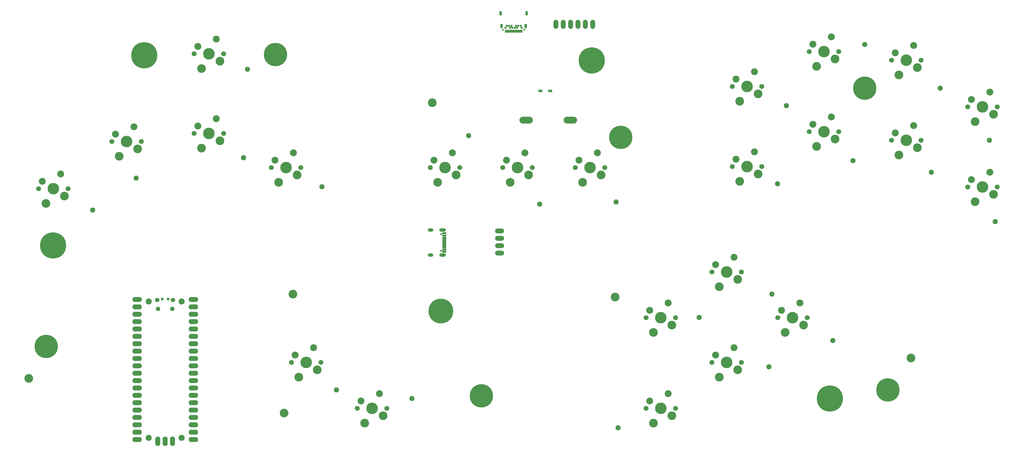
<source format=gts>
%TF.GenerationSoftware,KiCad,Pcbnew,(7.0.0)*%
%TF.CreationDate,2023-02-14T15:50:17+01:00*%
%TF.ProjectId,OF1 v1,4f463120-7631-42e6-9b69-6361645f7063,rev?*%
%TF.SameCoordinates,Original*%
%TF.FileFunction,Soldermask,Top*%
%TF.FilePolarity,Negative*%
%FSLAX46Y46*%
G04 Gerber Fmt 4.6, Leading zero omitted, Abs format (unit mm)*
G04 Created by KiCad (PCBNEW (7.0.0)) date 2023-02-14 15:50:17*
%MOMM*%
%LPD*%
G01*
G04 APERTURE LIST*
G04 Aperture macros list*
%AMRoundRect*
0 Rectangle with rounded corners*
0 $1 Rounding radius*
0 $2 $3 $4 $5 $6 $7 $8 $9 X,Y pos of 4 corners*
0 Add a 4 corners polygon primitive as box body*
4,1,4,$2,$3,$4,$5,$6,$7,$8,$9,$2,$3,0*
0 Add four circle primitives for the rounded corners*
1,1,$1+$1,$2,$3*
1,1,$1+$1,$4,$5*
1,1,$1+$1,$6,$7*
1,1,$1+$1,$8,$9*
0 Add four rect primitives between the rounded corners*
20,1,$1+$1,$2,$3,$4,$5,0*
20,1,$1+$1,$4,$5,$6,$7,0*
20,1,$1+$1,$6,$7,$8,$9,0*
20,1,$1+$1,$8,$9,$2,$3,0*%
%AMFreePoly0*
4,1,17,0.425901,0.806901,0.806901,0.425901,0.825500,0.381000,0.825500,-0.381000,0.806901,-0.425901,0.425901,-0.806901,0.381000,-0.825500,-0.381000,-0.825500,-0.425901,-0.806901,-0.806901,-0.425901,-0.825500,-0.381000,-0.825500,0.381000,-0.806901,0.425901,-0.425901,0.806901,-0.381000,0.825500,0.381000,0.825500,0.425901,0.806901,0.425901,0.806901,$1*%
G04 Aperture macros list end*
%ADD10O,3.175000X1.651000*%
%ADD11C,1.701800*%
%ADD12C,3.000000*%
%ADD13C,3.987800*%
%ADD14C,2.374900*%
%ADD15FreePoly0,0.000000*%
%ADD16O,4.622800X2.374900*%
%ADD17C,9.000000*%
%ADD18C,8.000000*%
%ADD19RoundRect,0.063500X0.605000X0.365000X-0.605000X0.365000X-0.605000X-0.365000X0.605000X-0.365000X0*%
%ADD20C,8.500000*%
%ADD21C,0.650000*%
%ADD22RoundRect,0.063500X-0.150000X-0.450000X0.150000X-0.450000X0.150000X0.450000X-0.150000X0.450000X0*%
%ADD23C,0.777000*%
%ADD24O,0.877000X1.627000*%
%ADD25C,2.100000*%
%ADD26C,1.500000*%
%ADD27O,3.327000X1.727000*%
%ADD28O,1.727000X3.327000*%
%ADD29RoundRect,0.063500X-0.400000X-0.400000X0.400000X-0.400000X0.400000X0.400000X-0.400000X0.400000X0*%
%ADD30RoundRect,0.063500X-0.620000X0.300000X-0.620000X-0.300000X0.620000X-0.300000X0.620000X0.300000X0*%
%ADD31RoundRect,0.063500X-0.620000X0.150000X-0.620000X-0.150000X0.620000X-0.150000X0.620000X0.150000X0*%
%ADD32O,2.227000X1.127000*%
%ADD33O,1.927000X1.127000*%
%ADD34O,1.651000X3.175000*%
G04 APERTURE END LIST*
D10*
%TO.C,J4*%
X142745064Y-111563599D03*
X142745064Y-109023599D03*
X142745064Y-106483599D03*
X142745064Y-103943599D03*
%TD*%
D11*
%TO.C,U$15*%
X287921100Y-72757600D03*
D12*
X286651100Y-75297600D03*
D13*
X282841100Y-72757600D03*
D12*
X280301100Y-77837600D03*
D11*
X277761100Y-72757600D03*
D14*
X279031100Y-70217600D03*
X285381100Y-67677600D03*
%TD*%
D15*
%TO.C,JP11*%
X264501100Y-79753600D03*
%TD*%
D11*
%TO.C,U$11*%
X287921100Y-45147600D03*
D12*
X286651100Y-47687600D03*
D13*
X282841100Y-45147600D03*
D12*
X280301100Y-50227600D03*
D11*
X277761100Y-45147600D03*
D14*
X279031100Y-42607600D03*
X285381100Y-40067600D03*
%TD*%
D15*
%TO.C,JP1*%
X55880000Y-48260000D03*
%TD*%
%TO.C,JP10*%
X238501100Y-87753600D03*
%TD*%
D11*
%TO.C,U$17*%
X226033100Y-118117600D03*
D12*
X224763100Y-120657600D03*
D13*
X220953100Y-118117600D03*
D12*
X218413100Y-123197600D03*
D11*
X215873100Y-118117600D03*
D14*
X217143100Y-115577600D03*
X223493100Y-113037600D03*
%TD*%
D15*
%TO.C,JP5*%
X81501100Y-88753600D03*
%TD*%
D11*
%TO.C,U$6*%
X81213100Y-149302600D03*
D12*
X79943100Y-151842600D03*
D13*
X76133100Y-149302600D03*
D12*
X73593100Y-154382600D03*
D11*
X71053100Y-149302600D03*
D14*
X72323100Y-146762600D03*
X78673100Y-144222600D03*
%TD*%
D16*
%TO.C,D1*%
X151881099Y-65753599D03*
X167121099Y-65753599D03*
%TD*%
D17*
%TO.C,@HOLE11*%
X174501100Y-45253600D03*
%TD*%
D18*
%TO.C,@HOLE8*%
X184501100Y-71753600D03*
%TD*%
D12*
%TO.C,@HOLE0*%
X68501100Y-166753600D03*
%TD*%
D11*
%TO.C,U$20*%
X226033100Y-149302600D03*
D12*
X224763100Y-151842600D03*
D13*
X220953100Y-149302600D03*
D12*
X218413100Y-154382600D03*
D11*
X215873100Y-149302600D03*
D14*
X217143100Y-146762600D03*
X223493100Y-144222600D03*
%TD*%
D19*
%TO.C,D2*%
X156821100Y-55753600D03*
X160181100Y-55753600D03*
%TD*%
D15*
%TO.C,JP18*%
X211501100Y-133753600D03*
%TD*%
D18*
%TO.C,@HOLE9*%
X136501100Y-160753600D03*
%TD*%
D15*
%TO.C,JP23*%
X182880000Y-93980000D03*
%TD*%
D11*
%TO.C,U$10*%
X259566100Y-42172600D03*
D12*
X258296100Y-44712600D03*
D13*
X254486100Y-42172600D03*
D12*
X251946100Y-47252600D03*
D11*
X249406100Y-42172600D03*
D14*
X250676100Y-39632600D03*
X257026100Y-37092600D03*
%TD*%
D15*
%TO.C,JP6*%
X86501100Y-158753600D03*
%TD*%
D20*
%TO.C,@HOLE14*%
X122501100Y-131553600D03*
%TD*%
D15*
%TO.C,JP14*%
X311501100Y-72753600D03*
%TD*%
%TO.C,JP4*%
X54501100Y-78753600D03*
%TD*%
D11*
%TO.C,U$3*%
X47682100Y-42888600D03*
D12*
X46412100Y-45428600D03*
D13*
X42602100Y-42888600D03*
D12*
X40062100Y-47968600D03*
D11*
X37522100Y-42888600D03*
D14*
X38792100Y-40348600D03*
X45142100Y-37808600D03*
%TD*%
D11*
%TO.C,U$13*%
X233048100Y-81777600D03*
D12*
X231778100Y-84317600D03*
D13*
X227968100Y-81777600D03*
D12*
X225428100Y-86857600D03*
D11*
X222888100Y-81777600D03*
D14*
X224158100Y-79237600D03*
X230508100Y-76697600D03*
%TD*%
D15*
%TO.C,JP9*%
X241501100Y-60753600D03*
%TD*%
D21*
%TO.C,J2*%
X151168981Y-34593600D03*
X143818981Y-34593600D03*
D22*
X150318981Y-35153600D03*
X149818981Y-35153600D03*
X149318981Y-35153600D03*
X148818981Y-35153600D03*
X148318981Y-35153600D03*
X147818981Y-35153600D03*
X147318981Y-35153600D03*
X146818981Y-35153600D03*
X146318981Y-35153600D03*
X145818981Y-35153600D03*
X145318981Y-35153600D03*
X144818981Y-35153600D03*
D23*
X144768981Y-33943600D03*
X145168981Y-33243600D03*
X145968981Y-33243600D03*
X146368981Y-33943600D03*
X146768981Y-33243600D03*
X147168981Y-33943600D03*
X147968981Y-33943600D03*
X148368981Y-33243600D03*
X148768981Y-33943600D03*
X149168981Y-33243600D03*
X149968981Y-33243600D03*
X150368981Y-33943600D03*
D24*
X151698980Y-33343599D03*
X143438980Y-33343599D03*
X152058980Y-28953599D03*
X143078980Y-28953599D03*
%TD*%
D11*
%TO.C,U$1*%
X-5953900Y-89417600D03*
D12*
X-7223900Y-91957600D03*
D13*
X-11033900Y-89417600D03*
D12*
X-13573900Y-94497600D03*
D11*
X-16113900Y-89417600D03*
D14*
X-14843900Y-86877600D03*
X-8493900Y-84337600D03*
%TD*%
D11*
%TO.C,U$21*%
X203346100Y-165072600D03*
D12*
X202076100Y-167612600D03*
D13*
X198266100Y-165072600D03*
D12*
X195726100Y-170152600D03*
D11*
X193186100Y-165072600D03*
D14*
X194456100Y-162532600D03*
X200806100Y-159992600D03*
%TD*%
D15*
%TO.C,JP16*%
X291501100Y-83753600D03*
%TD*%
D11*
%TO.C,U$2*%
X19326100Y-73114600D03*
D12*
X18056100Y-75654600D03*
D13*
X14246100Y-73114600D03*
D12*
X11706100Y-78194600D03*
D11*
X9166100Y-73114600D03*
D14*
X10436100Y-70574600D03*
X16786100Y-68034600D03*
%TD*%
D11*
%TO.C,U$4*%
X47682100Y-70388600D03*
D12*
X46412100Y-72928600D03*
D13*
X42602100Y-70388600D03*
D12*
X40062100Y-75468600D03*
D11*
X37522100Y-70388600D03*
D14*
X38792100Y-67848600D03*
X45142100Y-65308600D03*
%TD*%
D17*
%TO.C,@HOLE13*%
X20320000Y-43453600D03*
%TD*%
D12*
%TO.C,@HOLE1*%
X284501100Y-147753600D03*
%TD*%
D15*
%TO.C,JP20*%
X235501100Y-150753600D03*
%TD*%
D11*
%TO.C,U$7*%
X103901100Y-165071600D03*
D12*
X102631100Y-167611600D03*
D13*
X98821100Y-165071600D03*
D12*
X96281100Y-170151600D03*
D11*
X93741100Y-165071600D03*
D14*
X95011100Y-162531600D03*
X101361100Y-159991600D03*
%TD*%
D15*
%TO.C,JP13*%
X294501100Y-54753600D03*
%TD*%
D11*
%TO.C,U$19*%
X248690100Y-133887600D03*
D12*
X247420100Y-136427600D03*
D13*
X243610100Y-133887600D03*
D12*
X241070100Y-138967600D03*
D11*
X238530100Y-133887600D03*
D14*
X239800100Y-131347600D03*
X246150100Y-128807600D03*
%TD*%
D15*
%TO.C,JP17*%
X236501100Y-125753600D03*
%TD*%
%TO.C,JP12*%
X268501100Y-39753600D03*
%TD*%
D12*
%TO.C,@HOLE2*%
X-19498900Y-154753600D03*
%TD*%
D25*
%TO.C,J1*%
X21801100Y-128253600D03*
X21801100Y-175253600D03*
D26*
X24776100Y-127753600D03*
X25076100Y-130783600D03*
X29926100Y-130783600D03*
X30226100Y-127753600D03*
D25*
X33201100Y-128253600D03*
X33201100Y-175253600D03*
D27*
X37191099Y-137783599D03*
X37191099Y-135243599D03*
X37191099Y-140323599D03*
X37191099Y-145403599D03*
X17811099Y-132703599D03*
X17811099Y-145403599D03*
X17811099Y-158103599D03*
X17811099Y-170803599D03*
D28*
X27501099Y-176453599D03*
D27*
X37191099Y-170803599D03*
X37191099Y-158103599D03*
X37191099Y-132703599D03*
X17811099Y-127623599D03*
X17811099Y-130163599D03*
X17811099Y-135243599D03*
X17811099Y-137783599D03*
X17811099Y-140323599D03*
X17811099Y-142863599D03*
X17811099Y-147943599D03*
X17811099Y-150483599D03*
X17811099Y-153023599D03*
X17811099Y-155563599D03*
X17811099Y-160643599D03*
X17811099Y-163183599D03*
X17811099Y-165723599D03*
X17811099Y-168263599D03*
X17811099Y-173343599D03*
X17811099Y-175883599D03*
X37191099Y-175883599D03*
X37191099Y-173343599D03*
X37191099Y-168263599D03*
X37191099Y-165723599D03*
X37191099Y-163183599D03*
X37191099Y-160643599D03*
X37191099Y-155563599D03*
X37191099Y-150483599D03*
X37191099Y-147943599D03*
X37191099Y-142863599D03*
X37191099Y-153023599D03*
D28*
X24961099Y-176453599D03*
X30041099Y-176453599D03*
D29*
X28501100Y-127453600D03*
X26501100Y-127453600D03*
D27*
X37191099Y-127623599D03*
X37191099Y-130163599D03*
%TD*%
D15*
%TO.C,JP15*%
X313501100Y-100753600D03*
%TD*%
D12*
%TO.C,@HOLE10*%
X119501100Y-59753600D03*
%TD*%
D17*
%TO.C,@HOLE15*%
X256501100Y-161753600D03*
%TD*%
D18*
%TO.C,@HOLE6*%
X-13498900Y-143753600D03*
%TD*%
D12*
%TO.C,@HOLE16*%
X71501100Y-125753600D03*
%TD*%
D11*
%TO.C,U$5*%
X74254100Y-82151600D03*
D12*
X72984100Y-84691600D03*
D13*
X69174100Y-82151600D03*
D12*
X66634100Y-87231600D03*
D11*
X64094100Y-82151600D03*
D14*
X65364100Y-79611600D03*
X71714100Y-77071600D03*
%TD*%
D11*
%TO.C,U$18*%
X203346100Y-133887600D03*
D12*
X202076100Y-136427600D03*
D13*
X198266100Y-133887600D03*
D12*
X195726100Y-138967600D03*
D11*
X193186100Y-133887600D03*
D14*
X194456100Y-131347600D03*
X200806100Y-128807600D03*
%TD*%
D12*
%TO.C,@HOLE3*%
X182501100Y-126753600D03*
%TD*%
D17*
%TO.C,@HOLE12*%
X-11098900Y-108953600D03*
%TD*%
D11*
%TO.C,U$16*%
X314144100Y-88793600D03*
D12*
X312874100Y-91333600D03*
D13*
X309064100Y-88793600D03*
D12*
X306524100Y-93873600D03*
D11*
X303984100Y-88793600D03*
D14*
X305254100Y-86253600D03*
X311604100Y-83713600D03*
%TD*%
D18*
%TO.C,@HOLE4*%
X268501100Y-54753600D03*
%TD*%
D15*
%TO.C,JP7*%
X112501100Y-161753600D03*
%TD*%
D21*
%TO.C,J5*%
X122579393Y-105081075D03*
X122579393Y-110861075D03*
D30*
X123699393Y-104771075D03*
X123699393Y-105571075D03*
D31*
X123699393Y-106721075D03*
X123699393Y-107721075D03*
X123699393Y-108221075D03*
X123699393Y-109221075D03*
D30*
X123699393Y-111171075D03*
X123699393Y-110371075D03*
D31*
X123699393Y-109721075D03*
X123699393Y-108721075D03*
X123699393Y-107221075D03*
X123699393Y-106221075D03*
D32*
X123079392Y-103651074D03*
D33*
X118899392Y-103651074D03*
D32*
X123079392Y-112291074D03*
D33*
X118899392Y-112291074D03*
%TD*%
D15*
%TO.C,JP2*%
X2501100Y-96753600D03*
%TD*%
%TO.C,JP8*%
X156501100Y-94753600D03*
%TD*%
D11*
%TO.C,U$12*%
X314144100Y-61183600D03*
D12*
X312874100Y-63723600D03*
D13*
X309064100Y-61183600D03*
D12*
X306524100Y-66263600D03*
D11*
X303984100Y-61183600D03*
D14*
X305254100Y-58643600D03*
X311604100Y-56103600D03*
%TD*%
D11*
%TO.C,U$9*%
X233048100Y-54168600D03*
D12*
X231778100Y-56708600D03*
D13*
X227968100Y-54168600D03*
D12*
X225428100Y-59248600D03*
D11*
X222888100Y-54168600D03*
D14*
X224158100Y-51628600D03*
X230508100Y-49088600D03*
%TD*%
D11*
%TO.C,U$23*%
X178986100Y-82151600D03*
D12*
X177716100Y-84691600D03*
D13*
X173906100Y-82151600D03*
D12*
X171366100Y-87231600D03*
D11*
X168826100Y-82151600D03*
D14*
X170096100Y-79611600D03*
X176446100Y-77071600D03*
%TD*%
D15*
%TO.C,JP21*%
X183501100Y-171753600D03*
%TD*%
D11*
%TO.C,U$14*%
X259566100Y-69782600D03*
D12*
X258296100Y-72322600D03*
D13*
X254486100Y-69782600D03*
D12*
X251946100Y-74862600D03*
D11*
X249406100Y-69782600D03*
D14*
X250676100Y-67242600D03*
X257026100Y-64702600D03*
%TD*%
D15*
%TO.C,JP19*%
X257501100Y-141753600D03*
%TD*%
D34*
%TO.C,J3*%
X162151099Y-32753599D03*
X164691099Y-32753599D03*
X167231099Y-32753599D03*
X169771099Y-32753599D03*
X172311099Y-32753599D03*
X174851099Y-32753599D03*
%TD*%
D18*
%TO.C,@HOLE5*%
X276501100Y-158753600D03*
%TD*%
D15*
%TO.C,JP22*%
X132080000Y-71120000D03*
%TD*%
D18*
%TO.C,@HOLE7*%
X65501100Y-43180000D03*
%TD*%
D11*
%TO.C,U$22*%
X128986100Y-82151600D03*
D12*
X127716100Y-84691600D03*
D13*
X123906100Y-82151600D03*
D12*
X121366100Y-87231600D03*
D11*
X118826100Y-82151600D03*
D14*
X120096100Y-79611600D03*
X126446100Y-77071600D03*
%TD*%
D15*
%TO.C,JP3*%
X17501100Y-85753600D03*
%TD*%
D11*
%TO.C,U$8*%
X153986100Y-82151600D03*
D12*
X152716100Y-84691600D03*
D13*
X148906100Y-82151600D03*
D12*
X146366100Y-87231600D03*
D11*
X143826100Y-82151600D03*
D14*
X145096100Y-79611600D03*
X151446100Y-77071600D03*
%TD*%
M02*

</source>
